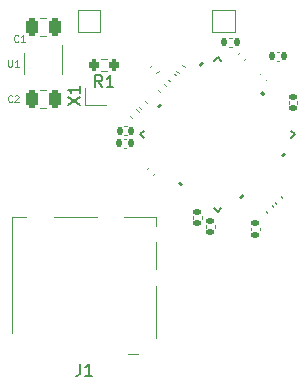
<source format=gto>
%TF.GenerationSoftware,KiCad,Pcbnew,8.0.7-1.fc41*%
%TF.CreationDate,2025-01-19T14:43:59-06:00*%
%TF.ProjectId,Expansion_Card,45787061-6e73-4696-9f6e-5f436172642e,X1*%
%TF.SameCoordinates,Original*%
%TF.FileFunction,Legend,Top*%
%TF.FilePolarity,Positive*%
%FSLAX46Y46*%
G04 Gerber Fmt 4.6, Leading zero omitted, Abs format (unit mm)*
G04 Created by KiCad (PCBNEW 8.0.7-1.fc41) date 2025-01-19 14:43:59*
%MOMM*%
%LPD*%
G01*
G04 APERTURE LIST*
G04 Aperture macros list*
%AMRoundRect*
0 Rectangle with rounded corners*
0 $1 Rounding radius*
0 $2 $3 $4 $5 $6 $7 $8 $9 X,Y pos of 4 corners*
0 Add a 4 corners polygon primitive as box body*
4,1,4,$2,$3,$4,$5,$6,$7,$8,$9,$2,$3,0*
0 Add four circle primitives for the rounded corners*
1,1,$1+$1,$2,$3*
1,1,$1+$1,$4,$5*
1,1,$1+$1,$6,$7*
1,1,$1+$1,$8,$9*
0 Add four rect primitives between the rounded corners*
20,1,$1+$1,$2,$3,$4,$5,0*
20,1,$1+$1,$4,$5,$6,$7,0*
20,1,$1+$1,$6,$7,$8,$9,0*
20,1,$1+$1,$8,$9,$2,$3,0*%
%AMRotRect*
0 Rectangle, with rotation*
0 The origin of the aperture is its center*
0 $1 length*
0 $2 width*
0 $3 Rotation angle, in degrees counterclockwise*
0 Add horizontal line*
21,1,$1,$2,0,0,$3*%
G04 Aperture macros list end*
%ADD10C,0.101600*%
%ADD11C,0.150000*%
%ADD12C,0.120000*%
%ADD13C,0.152400*%
%ADD14C,0.000000*%
%ADD15R,0.650000X1.060000*%
%ADD16RoundRect,0.250000X0.250000X0.475000X-0.250000X0.475000X-0.250000X-0.475000X0.250000X-0.475000X0*%
%ADD17RoundRect,0.200000X0.200000X0.275000X-0.200000X0.275000X-0.200000X-0.275000X0.200000X-0.275000X0*%
%ADD18R,0.380000X1.000000*%
%ADD19R,0.700000X1.150000*%
%ADD20R,1.500000X1.500000*%
%ADD21RoundRect,0.135000X-0.226274X-0.035355X-0.035355X-0.226274X0.226274X0.035355X0.035355X0.226274X0*%
%ADD22RoundRect,0.135000X0.226274X0.035355X0.035355X0.226274X-0.226274X-0.035355X-0.035355X-0.226274X0*%
%ADD23RoundRect,0.140000X-0.170000X0.140000X-0.170000X-0.140000X0.170000X-0.140000X0.170000X0.140000X0*%
%ADD24RoundRect,0.135000X0.135000X0.185000X-0.135000X0.185000X-0.135000X-0.185000X0.135000X-0.185000X0*%
%ADD25RoundRect,0.140000X-0.219203X-0.021213X-0.021213X-0.219203X0.219203X0.021213X0.021213X0.219203X0*%
%ADD26RoundRect,0.140000X0.140000X0.170000X-0.140000X0.170000X-0.140000X-0.170000X0.140000X-0.170000X0*%
%ADD27RoundRect,0.140000X0.219203X0.021213X0.021213X0.219203X-0.219203X-0.021213X-0.021213X-0.219203X0*%
%ADD28RotRect,0.254000X0.812800X135.000000*%
%ADD29RotRect,0.254000X0.812800X45.000000*%
%ADD30RotRect,7.493000X7.493000X45.000000*%
%ADD31RoundRect,0.140000X-0.140000X-0.170000X0.140000X-0.170000X0.140000X0.170000X-0.140000X0.170000X0*%
%ADD32RoundRect,0.140000X0.170000X-0.140000X0.170000X0.140000X-0.170000X0.140000X-0.170000X-0.140000X0*%
%ADD33R,0.850000X1.100000*%
%ADD34R,0.750000X1.100000*%
%ADD35R,1.200000X1.000000*%
%ADD36R,1.550000X1.350000*%
%ADD37R,1.900000X1.350000*%
%ADD38R,1.170000X1.800000*%
%ADD39RoundRect,0.140000X0.021213X-0.219203X0.219203X-0.021213X-0.021213X0.219203X-0.219203X0.021213X0*%
%ADD40R,0.600000X0.500000*%
%ADD41RoundRect,0.140000X-0.021213X0.219203X-0.219203X0.021213X0.021213X-0.219203X0.219203X-0.021213X0*%
%ADD42RoundRect,0.135000X0.035355X-0.226274X0.226274X-0.035355X-0.035355X0.226274X-0.226274X0.035355X0*%
%ADD43C,1.100000*%
%ADD44C,1.600000*%
G04 APERTURE END LIST*
D10*
X127464895Y-131280778D02*
X127464895Y-131753701D01*
X127464895Y-131753701D02*
X127492714Y-131809339D01*
X127492714Y-131809339D02*
X127520533Y-131837159D01*
X127520533Y-131837159D02*
X127576171Y-131864978D01*
X127576171Y-131864978D02*
X127687447Y-131864978D01*
X127687447Y-131864978D02*
X127743085Y-131837159D01*
X127743085Y-131837159D02*
X127770904Y-131809339D01*
X127770904Y-131809339D02*
X127798723Y-131753701D01*
X127798723Y-131753701D02*
X127798723Y-131280778D01*
X128382923Y-131864978D02*
X128049095Y-131864978D01*
X128216009Y-131864978D02*
X128216009Y-131280778D01*
X128216009Y-131280778D02*
X128160371Y-131364235D01*
X128160371Y-131364235D02*
X128104733Y-131419873D01*
X128104733Y-131419873D02*
X128049095Y-131447692D01*
X128320633Y-129725339D02*
X128292814Y-129753159D01*
X128292814Y-129753159D02*
X128209357Y-129780978D01*
X128209357Y-129780978D02*
X128153719Y-129780978D01*
X128153719Y-129780978D02*
X128070262Y-129753159D01*
X128070262Y-129753159D02*
X128014624Y-129697520D01*
X128014624Y-129697520D02*
X127986805Y-129641882D01*
X127986805Y-129641882D02*
X127958986Y-129530606D01*
X127958986Y-129530606D02*
X127958986Y-129447149D01*
X127958986Y-129447149D02*
X127986805Y-129335873D01*
X127986805Y-129335873D02*
X128014624Y-129280235D01*
X128014624Y-129280235D02*
X128070262Y-129224597D01*
X128070262Y-129224597D02*
X128153719Y-129196778D01*
X128153719Y-129196778D02*
X128209357Y-129196778D01*
X128209357Y-129196778D02*
X128292814Y-129224597D01*
X128292814Y-129224597D02*
X128320633Y-129252416D01*
X128877014Y-129780978D02*
X128543186Y-129780978D01*
X128710100Y-129780978D02*
X128710100Y-129196778D01*
X128710100Y-129196778D02*
X128654462Y-129280235D01*
X128654462Y-129280235D02*
X128598824Y-129335873D01*
X128598824Y-129335873D02*
X128543186Y-129363692D01*
D11*
X135433333Y-133584819D02*
X135100000Y-133108628D01*
X134861905Y-133584819D02*
X134861905Y-132584819D01*
X134861905Y-132584819D02*
X135242857Y-132584819D01*
X135242857Y-132584819D02*
X135338095Y-132632438D01*
X135338095Y-132632438D02*
X135385714Y-132680057D01*
X135385714Y-132680057D02*
X135433333Y-132775295D01*
X135433333Y-132775295D02*
X135433333Y-132918152D01*
X135433333Y-132918152D02*
X135385714Y-133013390D01*
X135385714Y-133013390D02*
X135338095Y-133061009D01*
X135338095Y-133061009D02*
X135242857Y-133108628D01*
X135242857Y-133108628D02*
X134861905Y-133108628D01*
X136385714Y-133584819D02*
X135814286Y-133584819D01*
X136100000Y-133584819D02*
X136100000Y-132584819D01*
X136100000Y-132584819D02*
X136004762Y-132727676D01*
X136004762Y-132727676D02*
X135909524Y-132822914D01*
X135909524Y-132822914D02*
X135814286Y-132870533D01*
D10*
X127812633Y-134809339D02*
X127784814Y-134837159D01*
X127784814Y-134837159D02*
X127701357Y-134864978D01*
X127701357Y-134864978D02*
X127645719Y-134864978D01*
X127645719Y-134864978D02*
X127562262Y-134837159D01*
X127562262Y-134837159D02*
X127506624Y-134781520D01*
X127506624Y-134781520D02*
X127478805Y-134725882D01*
X127478805Y-134725882D02*
X127450986Y-134614606D01*
X127450986Y-134614606D02*
X127450986Y-134531149D01*
X127450986Y-134531149D02*
X127478805Y-134419873D01*
X127478805Y-134419873D02*
X127506624Y-134364235D01*
X127506624Y-134364235D02*
X127562262Y-134308597D01*
X127562262Y-134308597D02*
X127645719Y-134280778D01*
X127645719Y-134280778D02*
X127701357Y-134280778D01*
X127701357Y-134280778D02*
X127784814Y-134308597D01*
X127784814Y-134308597D02*
X127812633Y-134336416D01*
X128035186Y-134336416D02*
X128063005Y-134308597D01*
X128063005Y-134308597D02*
X128118643Y-134280778D01*
X128118643Y-134280778D02*
X128257738Y-134280778D01*
X128257738Y-134280778D02*
X128313376Y-134308597D01*
X128313376Y-134308597D02*
X128341195Y-134336416D01*
X128341195Y-134336416D02*
X128369014Y-134392054D01*
X128369014Y-134392054D02*
X128369014Y-134447692D01*
X128369014Y-134447692D02*
X128341195Y-134531149D01*
X128341195Y-134531149D02*
X128007367Y-134864978D01*
X128007367Y-134864978D02*
X128369014Y-134864978D01*
D11*
X144275750Y-137753246D02*
X144848170Y-138325666D01*
X144848170Y-138325666D02*
X144949185Y-138359338D01*
X144949185Y-138359338D02*
X145016529Y-138359338D01*
X145016529Y-138359338D02*
X145117544Y-138325666D01*
X145117544Y-138325666D02*
X145252231Y-138190979D01*
X145252231Y-138190979D02*
X145285903Y-138089964D01*
X145285903Y-138089964D02*
X145285903Y-138022620D01*
X145285903Y-138022620D02*
X145252231Y-137921605D01*
X145252231Y-137921605D02*
X144679811Y-137349185D01*
X145050201Y-137113483D02*
X145050201Y-137046140D01*
X145050201Y-137046140D02*
X145083872Y-136945124D01*
X145083872Y-136945124D02*
X145252231Y-136776766D01*
X145252231Y-136776766D02*
X145353246Y-136743094D01*
X145353246Y-136743094D02*
X145420590Y-136743094D01*
X145420590Y-136743094D02*
X145521605Y-136776766D01*
X145521605Y-136776766D02*
X145588949Y-136844109D01*
X145588949Y-136844109D02*
X145656292Y-136978796D01*
X145656292Y-136978796D02*
X145656292Y-137786918D01*
X145656292Y-137786918D02*
X146094025Y-137349185D01*
X133566666Y-157047319D02*
X133566666Y-157761604D01*
X133566666Y-157761604D02*
X133519047Y-157904461D01*
X133519047Y-157904461D02*
X133423809Y-157999700D01*
X133423809Y-157999700D02*
X133280952Y-158047319D01*
X133280952Y-158047319D02*
X133185714Y-158047319D01*
X134566666Y-158047319D02*
X133995238Y-158047319D01*
X134280952Y-158047319D02*
X134280952Y-157047319D01*
X134280952Y-157047319D02*
X134185714Y-157190176D01*
X134185714Y-157190176D02*
X134090476Y-157285414D01*
X134090476Y-157285414D02*
X133995238Y-157333033D01*
X132529819Y-135084523D02*
X133529819Y-134417857D01*
X132529819Y-134417857D02*
X133529819Y-135084523D01*
X133529819Y-133513095D02*
X133529819Y-134084523D01*
X133529819Y-133798809D02*
X132529819Y-133798809D01*
X132529819Y-133798809D02*
X132672676Y-133894047D01*
X132672676Y-133894047D02*
X132767914Y-133989285D01*
X132767914Y-133989285D02*
X132815533Y-134084523D01*
D12*
%TO.C,U1*%
X128840000Y-130700000D02*
X128840000Y-132500000D01*
X132060000Y-132500000D02*
X132060000Y-130050000D01*
%TO.C,C1*%
X130711252Y-127765000D02*
X130188748Y-127765000D01*
X130711252Y-129235000D02*
X130188748Y-129235000D01*
%TO.C,R1*%
X135837258Y-131177500D02*
X135362742Y-131177500D01*
X135837258Y-132222500D02*
X135362742Y-132222500D01*
%TO.C,C2*%
X130711252Y-133865000D02*
X130188748Y-133865000D01*
X130711252Y-135335000D02*
X130188748Y-135335000D01*
%TO.C,TP1*%
X133350000Y-127050000D02*
X135250000Y-127050000D01*
X133350000Y-128950000D02*
X133350000Y-127050000D01*
X135250000Y-127050000D02*
X135250000Y-128950000D01*
X135250000Y-128950000D02*
X133350000Y-128950000D01*
%TO.C,TP3*%
X144750000Y-127050000D02*
X146650000Y-127050000D01*
X144750000Y-128950000D02*
X144750000Y-127050000D01*
X146650000Y-127050000D02*
X146650000Y-128950000D01*
X146650000Y-128950000D02*
X144750000Y-128950000D01*
%TO.C,R5*%
X141683283Y-132220684D02*
X141900564Y-132437965D01*
X142220684Y-131683283D02*
X142437965Y-131900564D01*
%TO.C,R2*%
X138000564Y-136237965D02*
X137783283Y-136020684D01*
X138537965Y-135700564D02*
X138320684Y-135483283D01*
%TO.C,C15*%
X144240000Y-145292164D02*
X144240000Y-145507836D01*
X144960000Y-145292164D02*
X144960000Y-145507836D01*
%TO.C,R4*%
X146453641Y-129420000D02*
X146146359Y-129420000D01*
X146453641Y-130180000D02*
X146146359Y-130180000D01*
%TO.C,C7*%
X150029779Y-143338896D02*
X150182282Y-143491399D01*
X150538896Y-142829779D02*
X150691399Y-142982282D01*
%TO.C,C13*%
X137467836Y-137990000D02*
X137252164Y-137990000D01*
X137467836Y-138710000D02*
X137252164Y-138710000D01*
%TO.C,C17*%
X141182281Y-133105612D02*
X141029778Y-132953109D01*
X141691398Y-132596495D02*
X141538895Y-132443992D01*
D13*
%TO.C,U2*%
X138662374Y-137600000D02*
X138954451Y-137892078D01*
X138954451Y-137307922D02*
X138662374Y-137600000D01*
X144907922Y-143845549D02*
X145200000Y-144137626D01*
X145200000Y-131062374D02*
X144907922Y-131354451D01*
X145200000Y-144137626D02*
X145492078Y-143845549D01*
X145492078Y-131354451D02*
X145200000Y-131062374D01*
X151445549Y-137892078D02*
X151737626Y-137600000D01*
X151737626Y-137600000D02*
X151445549Y-137307922D01*
D14*
G36*
X140523126Y-135128590D02*
G01*
X140253718Y-135397998D01*
X140074113Y-135218393D01*
X140343521Y-134948985D01*
X140523126Y-135128590D01*
G37*
G36*
X142290893Y-141839177D02*
G01*
X142111288Y-142018782D01*
X141841880Y-141749374D01*
X142021485Y-141569769D01*
X142290893Y-141839177D01*
G37*
G36*
X144058660Y-131593056D02*
G01*
X143789252Y-131862464D01*
X143609647Y-131682859D01*
X143879055Y-131413451D01*
X144058660Y-131593056D01*
G37*
G36*
X147497460Y-142810034D02*
G01*
X147228052Y-143079442D01*
X147048447Y-142899837D01*
X147317855Y-142630429D01*
X147497460Y-142810034D01*
G37*
G36*
X149265228Y-134157733D02*
G01*
X149085622Y-134337339D01*
X148816214Y-134067930D01*
X148995819Y-133888325D01*
X149265228Y-134157733D01*
G37*
G36*
X151032995Y-139274500D02*
G01*
X150763587Y-139543907D01*
X150583982Y-139364302D01*
X150853389Y-139094894D01*
X151032995Y-139274500D01*
G37*
D12*
%TO.C,C16*%
X150212164Y-130640000D02*
X150427836Y-130640000D01*
X150212164Y-131360000D02*
X150427836Y-131360000D01*
%TO.C,C9*%
X151240000Y-135007836D02*
X151240000Y-134792164D01*
X151960000Y-135007836D02*
X151960000Y-134792164D01*
%TO.C,J1*%
X127790000Y-144592500D02*
X127790000Y-154412501D01*
X129019999Y-144592500D02*
X127790000Y-144592500D01*
X134990000Y-144592500D02*
X131320000Y-144592500D01*
X138490001Y-156232500D02*
X137630000Y-156232500D01*
X139970000Y-144592500D02*
X137290000Y-144592501D01*
X139970000Y-145312500D02*
X139970000Y-144592500D01*
X139970000Y-149012500D02*
X139970000Y-146712500D01*
X139970000Y-154862500D02*
X139970000Y-150412500D01*
%TO.C,C3*%
X138721693Y-135430810D02*
X138569190Y-135278307D01*
X139230810Y-134921693D02*
X139078307Y-134769190D01*
%TO.C,C11*%
X146929779Y-130761104D02*
X147082282Y-130608601D01*
X147438896Y-131270221D02*
X147591399Y-131117718D01*
%TO.C,X1*%
X133950000Y-133650000D02*
X133950000Y-135100000D01*
X133950000Y-135100000D02*
X135800000Y-135100000D01*
%TO.C,C12*%
X140321693Y-134030810D02*
X140169190Y-133878307D01*
X140830810Y-133521693D02*
X140678307Y-133369190D01*
%TO.C,C6*%
X143140000Y-144512164D02*
X143140000Y-144727836D01*
X143860000Y-144512164D02*
X143860000Y-144727836D01*
%TO.C,C5*%
X139421693Y-140369190D02*
X139269190Y-140521693D01*
X139930810Y-140878307D02*
X139778307Y-141030810D01*
%TO.C,C8*%
X149273175Y-144095500D02*
X149425678Y-144248003D01*
X149782292Y-143586383D02*
X149934795Y-143738886D01*
%TO.C,R3*%
X139462035Y-131900564D02*
X139679316Y-131683283D01*
X139999436Y-132437965D02*
X140216717Y-132220684D01*
%TO.C,C10*%
X148769190Y-132521693D02*
X148921693Y-132369190D01*
X149278307Y-133030810D02*
X149430810Y-132878307D01*
%TO.C,C4*%
X148040000Y-145707836D02*
X148040000Y-145492164D01*
X148760000Y-145707836D02*
X148760000Y-145492164D01*
%TO.C,C14*%
X137292164Y-136920000D02*
X137507836Y-136920000D01*
X137292164Y-137640000D02*
X137507836Y-137640000D01*
%TD*%
%LPC*%
D15*
%TO.C,U1*%
X131400000Y-130500000D03*
X130450000Y-130500000D03*
X129500000Y-130500000D03*
X129500000Y-132700000D03*
X131400000Y-132700000D03*
%TD*%
D16*
%TO.C,C1*%
X131400000Y-128500000D03*
X129500000Y-128500000D03*
%TD*%
D17*
%TO.C,R1*%
X136425000Y-131700000D03*
X134775000Y-131700000D03*
%TD*%
D18*
%TO.C,P1*%
X137250000Y-129040000D03*
X137750000Y-129040000D03*
X138250000Y-129040000D03*
X138750000Y-129040000D03*
X139250000Y-129040000D03*
X139750000Y-129040000D03*
X140250000Y-129040000D03*
X140750000Y-129040000D03*
X141250000Y-129040000D03*
X141750000Y-129040000D03*
X142250000Y-129040000D03*
X142750000Y-129040000D03*
D19*
X136580000Y-129880000D03*
%TD*%
D16*
%TO.C,C2*%
X131400000Y-134600000D03*
X129500000Y-134600000D03*
%TD*%
D20*
%TO.C,TP1*%
X134300000Y-128000000D03*
%TD*%
%TO.C,TP3*%
X145700000Y-128000000D03*
%TD*%
D21*
%TO.C,R5*%
X141700000Y-131700000D03*
X142421248Y-132421248D03*
%TD*%
D22*
%TO.C,R2*%
X138521248Y-136221248D03*
X137800000Y-135500000D03*
%TD*%
D23*
%TO.C,C15*%
X144600000Y-144920000D03*
X144600000Y-145880000D03*
%TD*%
D24*
%TO.C,R4*%
X146809999Y-129800000D03*
X145790001Y-129800000D03*
%TD*%
D25*
%TO.C,C7*%
X150021178Y-142821178D03*
X150700000Y-143500000D03*
%TD*%
D26*
%TO.C,C13*%
X137840000Y-138350000D03*
X136880000Y-138350000D03*
%TD*%
D27*
%TO.C,C17*%
X141699999Y-133114213D03*
X141021177Y-132435391D03*
%TD*%
D28*
%TO.C,U2*%
X139441181Y-138055518D03*
X139794734Y-138409071D03*
X140148288Y-138762625D03*
X140501840Y-139116178D03*
X140855395Y-139469732D03*
X141208948Y-139823285D03*
X141562501Y-140176838D03*
X141916055Y-140530392D03*
X142269608Y-140883945D03*
X142623162Y-141237499D03*
X142976715Y-141591052D03*
X143330268Y-141944605D03*
X143683822Y-142298160D03*
X144037375Y-142651712D03*
X144390929Y-143005266D03*
X144744482Y-143358819D03*
D29*
X145655518Y-143358819D03*
X146009071Y-143005266D03*
X146362625Y-142651712D03*
X146716178Y-142298160D03*
X147069732Y-141944605D03*
X147423285Y-141591052D03*
X147776838Y-141237499D03*
X148130392Y-140883945D03*
X148483945Y-140530392D03*
X148837499Y-140176838D03*
X149191052Y-139823285D03*
X149544605Y-139469732D03*
X149898160Y-139116178D03*
X150251712Y-138762625D03*
X150605266Y-138409071D03*
X150958819Y-138055518D03*
D28*
X150958819Y-137144482D03*
X150605266Y-136790929D03*
X150251712Y-136437375D03*
X149898160Y-136083822D03*
X149544605Y-135730268D03*
X149191052Y-135376715D03*
X148837499Y-135023162D03*
X148483945Y-134669608D03*
X148130392Y-134316055D03*
X147776838Y-133962501D03*
X147423285Y-133608948D03*
X147069732Y-133255395D03*
X146716178Y-132901840D03*
X146362625Y-132548288D03*
X146009071Y-132194734D03*
X145655518Y-131841181D03*
D29*
X144744482Y-131841181D03*
X144390929Y-132194734D03*
X144037375Y-132548288D03*
X143683822Y-132901840D03*
X143330268Y-133255395D03*
X142976715Y-133608948D03*
X142623162Y-133962501D03*
X142269608Y-134316055D03*
X141916055Y-134669608D03*
X141562501Y-135023162D03*
X141208948Y-135376715D03*
X140855395Y-135730268D03*
X140501840Y-136083822D03*
X140148288Y-136437375D03*
X139794734Y-136790929D03*
X139441181Y-137144482D03*
D30*
X145200000Y-137600000D03*
%TD*%
D31*
%TO.C,C16*%
X149840000Y-131000000D03*
X150800000Y-131000000D03*
%TD*%
D32*
%TO.C,C9*%
X151600000Y-135380000D03*
X151600000Y-134420000D03*
%TD*%
D33*
%TO.C,J1*%
X137005001Y-155862500D03*
X135905000Y-155862500D03*
X134805001Y-155862500D03*
X133705000Y-155862500D03*
X132605000Y-155862500D03*
X131505000Y-155862500D03*
X130405000Y-155862500D03*
D34*
X129355000Y-155862500D03*
D35*
X139640000Y-149712500D03*
X139640000Y-146012500D03*
D36*
X139465000Y-155737500D03*
D37*
X136140000Y-145037500D03*
X130170000Y-145037500D03*
D38*
X128145000Y-155512500D03*
%TD*%
D27*
%TO.C,C3*%
X139239411Y-135439411D03*
X138560589Y-134760589D03*
%TD*%
D39*
%TO.C,C11*%
X146921178Y-131278822D03*
X147600000Y-130600000D03*
%TD*%
D40*
%TO.C,X1*%
X134400000Y-134700000D03*
X135500000Y-134700000D03*
X135500000Y-133900000D03*
X134400000Y-133900000D03*
%TD*%
D27*
%TO.C,C12*%
X140839411Y-134039411D03*
X140160589Y-133360589D03*
%TD*%
D23*
%TO.C,C6*%
X143500000Y-144140000D03*
X143500000Y-145100000D03*
%TD*%
D41*
%TO.C,C5*%
X139939411Y-140360589D03*
X139260589Y-141039411D03*
%TD*%
D25*
%TO.C,C8*%
X149264574Y-143577782D03*
X149943396Y-144256604D03*
%TD*%
D42*
%TO.C,R3*%
X139478752Y-132421248D03*
X140200000Y-131700000D03*
%TD*%
D39*
%TO.C,C10*%
X148760589Y-133039411D03*
X149439411Y-132360589D03*
%TD*%
D32*
%TO.C,C4*%
X148400000Y-146080000D03*
X148400000Y-145120000D03*
%TD*%
D31*
%TO.C,C14*%
X136920000Y-137280000D03*
X137880000Y-137280000D03*
%TD*%
D43*
%TO.C,J2*%
X151275000Y-141750000D03*
D44*
X130275000Y-141750000D03*
%TD*%
%LPD*%
M02*

</source>
